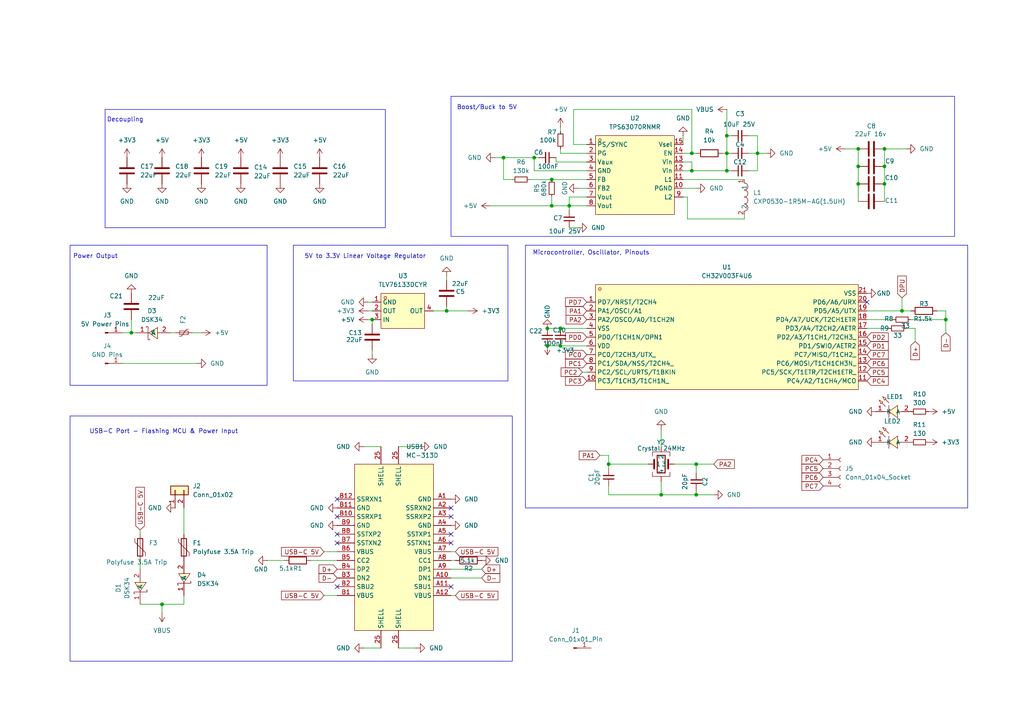
<source format=kicad_sch>
(kicad_sch (version 20231120) (generator "eeschema") (generator_version "8.0")
  (paper "A4")
  (title_block (title "Prototyping board") (date "2024-10-24") (company "Ryan Di Lorenzo"))
  (junction (at 201.93 143.51))
  (junction (at 176.53 134.62))
  (junction (at 210.82 39.37))
  (junction (at 146.05 45.72))
  (junction (at 162.56 100.33))
  (junction (at 274.32 92.71))
  (junction (at 154.94 45.72))
  (junction (at 38.1 96.52))
  (junction (at 200.66 49.53))
  (junction (at 210.82 44.45))
  (junction (at 191.77 143.51))
  (junction (at 256.54 53.34))
  (junction (at 261.62 90.17))
  (junction (at 162.56 95.25))
  (junction (at 256.54 48.26))
  (junction (at 219.71 44.45))
  (junction (at 160.02 59.69))
  (junction (at 158.75 95.25))
  (junction (at 129.54 90.17))
  (junction (at 165.1 59.69))
  (junction (at 256.54 43.18))
  (junction (at 248.92 43.18))
  (junction (at 201.93 134.62))
  (junction (at 248.92 48.26))
  (junction (at 160.02 52.07))
  (junction (at 200.66 44.45))
  (junction (at 248.92 53.34))
  (junction (at 158.75 100.33))
  (junction (at 210.82 49.53))
  (junction (at 46.99 175.26))
  (junction (at 107.95 92.71))
  (no_connect (at 97.79 144.78))
  (no_connect (at 251.46 87.63))
  (no_connect (at 97.79 170.18))
  (no_connect (at 97.79 157.48))
  (no_connect (at 130.81 170.18))
  (no_connect (at 97.79 149.86))
  (no_connect (at 130.81 147.32))
  (no_connect (at 130.81 154.94))
  (no_connect (at 130.81 149.86))
  (no_connect (at 130.81 157.48))
  (no_connect (at 97.79 154.94))
  (wire (pts (xy 201.93 54.61) (xy 198.12 54.61)))
  (wire (pts (xy 160.02 59.69) (xy 165.1 59.69)))
  (wire (pts (xy 199.39 63.5) (xy 199.39 57.15)))
  (wire (pts (xy 261.62 90.17) (xy 251.46 90.17)))
  (wire (pts (xy 215.9 63.5) (xy 215.9 62.23)))
  (wire (pts (xy 132.08 172.72) (xy 130.81 172.72)))
  (wire (pts (xy 210.82 31.75) (xy 210.82 39.37)))
  (wire (pts (xy 173.99 132.08) (xy 176.53 132.08)))
  (wire (pts (xy 256.54 53.34) (xy 256.54 58.42)))
  (wire (pts (xy 120.65 187.96) (xy 115.57 187.96)))
  (wire (pts (xy 274.32 90.17) (xy 274.32 92.71)))
  (wire (pts (xy 132.08 160.02) (xy 130.81 160.02)))
  (wire (pts (xy 200.66 49.53) (xy 210.82 49.53)))
  (wire (pts (xy 40.64 154.94) (xy 40.64 153.67)))
  (wire (pts (xy 210.82 49.53) (xy 212.09 49.53)))
  (wire (pts (xy 198.12 52.07) (xy 215.9 52.07)))
  (wire (pts (xy 129.54 90.17) (xy 135.89 90.17)))
  (wire (pts (xy 106.68 87.63) (xy 107.95 87.63)))
  (wire (pts (xy 167.64 54.61) (xy 170.18 54.61)))
  (wire (pts (xy 176.53 143.51) (xy 176.53 140.97)))
  (wire (pts (xy 215.9 63.5) (xy 199.39 63.5)))
  (wire (pts (xy 170.18 41.91) (xy 166.37 41.91)))
  (wire (pts (xy 146.05 45.72) (xy 154.94 45.72)))
  (wire (pts (xy 210.82 39.37) (xy 212.09 39.37)))
  (wire (pts (xy 201.93 143.51) (xy 207.01 143.51)))
  (wire (pts (xy 35.56 96.52) (xy 38.1 96.52)))
  (wire (pts (xy 219.71 49.53) (xy 217.17 49.53)))
  (wire (pts (xy 162.56 44.45) (xy 162.56 43.18)))
  (wire (pts (xy 139.7 165.1) (xy 130.81 165.1)))
  (wire (pts (xy 50.8 96.52) (xy 49.53 96.52)))
  (wire (pts (xy 195.58 134.62) (xy 201.93 134.62)))
  (wire (pts (xy 210.82 44.45) (xy 210.82 49.53)))
  (wire (pts (xy 53.34 172.72) (xy 53.34 175.26)))
  (wire (pts (xy 251.46 95.25) (xy 257.81 95.25)))
  (wire (pts (xy 142.24 59.69) (xy 160.02 59.69)))
  (wire (pts (xy 166.37 31.75) (xy 200.66 31.75)))
  (wire (pts (xy 248.92 53.34) (xy 248.92 58.42)))
  (wire (pts (xy 162.56 44.45) (xy 170.18 44.45)))
  (wire (pts (xy 176.53 134.62) (xy 176.53 135.89)))
  (wire (pts (xy 154.94 45.72) (xy 156.21 45.72)))
  (wire (pts (xy 46.99 175.26) (xy 53.34 175.26)))
  (wire (pts (xy 264.16 90.17) (xy 261.62 90.17)))
  (wire (pts (xy 256.54 48.26) (xy 256.54 53.34)))
  (wire (pts (xy 46.99 175.26) (xy 46.99 177.8)))
  (wire (pts (xy 35.56 105.41) (xy 57.15 105.41)))
  (wire (pts (xy 251.46 92.71) (xy 259.08 92.71)))
  (wire (pts (xy 38.1 96.52) (xy 39.37 96.52)))
  (wire (pts (xy 106.68 92.71) (xy 107.95 92.71)))
  (wire (pts (xy 191.77 124.46) (xy 191.77 129.54)))
  (wire (pts (xy 40.64 165.1) (xy 40.64 162.56)))
  (wire (pts (xy 162.56 95.25) (xy 170.18 95.25)))
  (wire (pts (xy 191.77 143.51) (xy 201.93 143.51)))
  (wire (pts (xy 165.1 59.69) (xy 165.1 60.96)))
  (wire (pts (xy 209.55 44.45) (xy 210.82 44.45)))
  (wire (pts (xy 170.18 59.69) (xy 165.1 59.69)))
  (wire (pts (xy 256.54 43.18) (xy 256.54 48.26)))
  (wire (pts (xy 274.32 92.71) (xy 274.32 96.52)))
  (wire (pts (xy 129.54 80.01) (xy 129.54 81.28)))
  (wire (pts (xy 38.1 92.71) (xy 38.1 96.52)))
  (wire (pts (xy 93.98 172.72) (xy 97.79 172.72)))
  (wire (pts (xy 176.53 143.51) (xy 191.77 143.51)))
  (wire (pts (xy 105.41 129.54) (xy 110.49 129.54)))
  (wire (pts (xy 261.62 86.36) (xy 261.62 90.17)))
  (wire (pts (xy 271.78 90.17) (xy 274.32 90.17)))
  (wire (pts (xy 154.94 49.53) (xy 170.18 49.53)))
  (wire (pts (xy 201.93 134.62) (xy 201.93 137.16)))
  (wire (pts (xy 198.12 49.53) (xy 200.66 49.53)))
  (wire (pts (xy 245.11 43.18) (xy 248.92 43.18)))
  (wire (pts (xy 167.64 66.04) (xy 165.1 66.04)))
  (wire (pts (xy 191.77 139.7) (xy 191.77 143.51)))
  (wire (pts (xy 129.54 88.9) (xy 129.54 90.17)))
  (wire (pts (xy 139.7 167.64) (xy 130.81 167.64)))
  (wire (pts (xy 107.95 93.98) (xy 107.95 92.71)))
  (wire (pts (xy 248.92 48.26) (xy 248.92 53.34)))
  (wire (pts (xy 160.02 57.15) (xy 160.02 59.69)))
  (wire (pts (xy 165.1 57.15) (xy 165.1 59.69)))
  (wire (pts (xy 162.56 100.33) (xy 170.18 100.33)))
  (wire (pts (xy 198.12 44.45) (xy 200.66 44.45)))
  (wire (pts (xy 93.98 160.02) (xy 97.79 160.02)))
  (wire (pts (xy 198.12 46.99) (xy 200.66 46.99)))
  (wire (pts (xy 219.71 44.45) (xy 219.71 49.53)))
  (wire (pts (xy 201.93 44.45) (xy 200.66 44.45)))
  (wire (pts (xy 265.43 99.06) (xy 265.43 95.25)))
  (wire (pts (xy 154.94 45.72) (xy 154.94 49.53)))
  (wire (pts (xy 219.71 44.45) (xy 222.25 44.45)))
  (wire (pts (xy 105.41 187.96) (xy 110.49 187.96)))
  (wire (pts (xy 55.88 96.52) (xy 58.42 96.52)))
  (wire (pts (xy 176.53 132.08) (xy 176.53 134.62)))
  (wire (pts (xy 115.57 129.54) (xy 121.92 129.54)))
  (wire (pts (xy 158.75 100.33) (xy 162.56 100.33)))
  (wire (pts (xy 200.66 31.75) (xy 200.66 44.45)))
  (wire (pts (xy 132.08 162.56) (xy 130.81 162.56)))
  (wire (pts (xy 198.12 57.15) (xy 199.39 57.15)))
  (wire (pts (xy 219.71 39.37) (xy 219.71 44.45)))
  (wire (pts (xy 90.17 162.56) (xy 97.79 162.56)))
  (wire (pts (xy 219.71 44.45) (xy 217.17 44.45)))
  (wire (pts (xy 265.43 95.25) (xy 262.89 95.25)))
  (wire (pts (xy 256.54 43.18) (xy 262.89 43.18)))
  (wire (pts (xy 40.64 175.26) (xy 46.99 175.26)))
  (wire (pts (xy 168.91 107.95) (xy 170.18 107.95)))
  (wire (pts (xy 161.29 46.99) (xy 170.18 46.99)))
  (wire (pts (xy 107.95 101.6) (xy 107.95 102.87)))
  (wire (pts (xy 210.82 39.37) (xy 210.82 44.45)))
  (wire (pts (xy 198.12 39.37) (xy 198.12 41.91)))
  (wire (pts (xy 162.56 36.83) (xy 162.56 38.1)))
  (wire (pts (xy 264.16 92.71) (xy 274.32 92.71)))
  (wire (pts (xy 176.53 134.62) (xy 187.96 134.62)))
  (wire (pts (xy 201.93 142.24) (xy 201.93 143.51)))
  (wire (pts (xy 53.34 147.32) (xy 53.34 154.94)))
  (wire (pts (xy 166.37 41.91) (xy 166.37 31.75)))
  (wire (pts (xy 106.68 90.17) (xy 107.95 90.17)))
  (wire (pts (xy 158.75 95.25) (xy 162.56 95.25)))
  (wire (pts (xy 201.93 134.62) (xy 207.01 134.62)))
  (wire (pts (xy 129.54 90.17) (xy 125.73 90.17)))
  (wire (pts (xy 146.05 45.72) (xy 146.05 52.07)))
  (wire (pts (xy 248.92 43.18) (xy 248.92 48.26)))
  (wire (pts (xy 165.1 57.15) (xy 170.18 57.15)))
  (wire (pts (xy 143.51 45.72) (xy 146.05 45.72)))
  (wire (pts (xy 146.05 52.07) (xy 148.59 52.07)))
  (wire (pts (xy 160.02 52.07) (xy 170.18 52.07)))
  (wire (pts (xy 210.82 44.45) (xy 212.09 44.45)))
  (wire (pts (xy 200.66 46.99) (xy 200.66 49.53)))
  (wire (pts (xy 77.47 162.56) (xy 82.55 162.56)))
  (wire (pts (xy 161.29 46.99) (xy 161.29 45.72)))
  (wire (pts (xy 219.71 39.37) (xy 217.17 39.37)))
  (wire (pts (xy 153.67 52.07) (xy 160.02 52.07)))
  (rectangle (start 20.32 71.12) (end 77.47 111.76))
  (rectangle (start 130.81 27.94) (end 276.86 68.58))
  (rectangle (start 85.09 71.12) (end 147.32 110.49))
  (rectangle (start 30.48 31.75) (end 111.76 66.04))
  (rectangle (start 152.4 71.12) (end 280.67 147.32))
  (rectangle (start 20.32 120.65) (end 148.59 191.77))
  (text "Microcontroller, Oscillator, Pinouts" (at 171.45 73.406 0) (effects (font (size 1.27 1.27))))
  (text "5V to 3.3V Linear Voltage Regulator" (at 105.918 74.422 0) (effects (font (size 1.27 1.27))))
  (text "Decoupling" (at 36.322 34.798 0) (effects (font (size 1.27 1.27))))
  (text "USB-C Port - Flashing MCU & Power Input\n" (at 47.498 125.222 0) (effects (font (size 1.27 1.27))))
  (text "Boost/Buck to 5V" (at 141.224 31.242 0) (effects (font (size 1.27 1.27))))
  (text "Power Output" (at 27.686 74.422 0) (effects (font (size 1.27 1.27))))
  (global_label "DPU" (shape input) (at 261.62 86.36 90) (property "Intersheetrefs" "${INTERSHEET_REFS}" (effects (hide yes))))
  (global_label "PC5" (shape input) (at 251.46 107.95 0) (property "Intersheetrefs" "${INTERSHEET_REFS}" (effects (hide yes))))
  (global_label "USB-C 5V" (shape input) (at 93.98 160.02 180) (property "Intersheetrefs" "${INTERSHEET_REFS}" (effects (hide yes))))
  (global_label "PA2" (shape input) (at 207.01 134.62 0) (property "Intersheetrefs" "${INTERSHEET_REFS}" (effects (hide yes))))
  (global_label "PC6" (shape input) (at 251.46 105.41 0) (property "Intersheetrefs" "${INTERSHEET_REFS}" (effects (hide yes))))
  (global_label "PD1" (shape input) (at 251.46 100.33 0) (property "Intersheetrefs" "${INTERSHEET_REFS}" (effects (hide yes))))
  (global_label "USB-C 5V" (shape input) (at 93.98 172.72 180) (property "Intersheetrefs" "${INTERSHEET_REFS}" (effects (hide yes))))
  (global_label "D-" (shape input) (at 274.32 96.52 270) (property "Intersheetrefs" "${INTERSHEET_REFS}" (effects (hide yes))))
  (global_label "PC6" (shape input) (at 238.76 138.43 180) (property "Intersheetrefs" "${INTERSHEET_REFS}" (effects (hide yes))))
  (global_label "PC2" (shape input) (at 168.91 107.95 180) (property "Intersheetrefs" "${INTERSHEET_REFS}" (effects (hide yes))))
  (global_label "USB-C 5V" (shape input) (at 132.08 160.02 0) (property "Intersheetrefs" "${INTERSHEET_REFS}" (effects (hide yes))))
  (global_label "PC3" (shape input) (at 170.18 110.49 180) (property "Intersheetrefs" "${INTERSHEET_REFS}" (effects (hide yes))))
  (global_label "D+" (shape input) (at 265.43 99.06 270) (property "Intersheetrefs" "${INTERSHEET_REFS}" (effects (hide yes))))
  (global_label "PC4" (shape input) (at 238.76 133.35 180) (property "Intersheetrefs" "${INTERSHEET_REFS}" (effects (hide yes))))
  (global_label "PC7" (shape input) (at 251.46 102.87 0) (property "Intersheetrefs" "${INTERSHEET_REFS}" (effects (hide yes))))
  (global_label "PC7" (shape input) (at 238.76 140.97 180) (property "Intersheetrefs" "${INTERSHEET_REFS}" (effects (hide yes))))
  (global_label "PA1" (shape input) (at 173.99 132.08 180) (property "Intersheetrefs" "${INTERSHEET_REFS}" (effects (hide yes))))
  (global_label "PC4" (shape input) (at 251.46 110.49 0) (property "Intersheetrefs" "${INTERSHEET_REFS}" (effects (hide yes))))
  (global_label "D+" (shape input) (at 97.79 165.1 180) (property "Intersheetrefs" "${INTERSHEET_REFS}" (effects (hide yes))))
  (global_label "PD2" (shape input) (at 251.46 97.79 0) (property "Intersheetrefs" "${INTERSHEET_REFS}" (effects (hide yes))))
  (global_label "USB-C 5V" (shape input) (at 40.64 153.67 90) (property "Intersheetrefs" "${INTERSHEET_REFS}" (effects (hide yes))))
  (global_label "PD0" (shape input) (at 170.18 97.79 180) (property "Intersheetrefs" "${INTERSHEET_REFS}" (effects (hide yes))))
  (global_label "PA2" (shape input) (at 170.18 92.71 180) (property "Intersheetrefs" "${INTERSHEET_REFS}" (effects (hide yes))))
  (global_label "PA1" (shape input) (at 170.18 90.17 180) (property "Intersheetrefs" "${INTERSHEET_REFS}" (effects (hide yes))))
  (global_label "PD7" (shape input) (at 170.18 87.63 180) (property "Intersheetrefs" "${INTERSHEET_REFS}" (effects (hide yes))))
  (global_label "PC5" (shape input) (at 238.76 135.89 180) (property "Intersheetrefs" "${INTERSHEET_REFS}" (effects (hide yes))))
  (global_label "USB-C 5V" (shape input) (at 132.08 172.72 0) (property "Intersheetrefs" "${INTERSHEET_REFS}" (effects (hide yes))))
  (global_label "PC0" (shape input) (at 170.18 102.87 180) (property "Intersheetrefs" "${INTERSHEET_REFS}" (effects (hide yes))))
  (global_label "D-" (shape input) (at 139.7 167.64 0) (property "Intersheetrefs" "${INTERSHEET_REFS}" (effects (hide yes))))
  (global_label "PC1" (shape input) (at 170.18 105.41 180) (property "Intersheetrefs" "${INTERSHEET_REFS}" (effects (hide yes))))
  (global_label "D-" (shape input) (at 97.79 167.64 180) (property "Intersheetrefs" "${INTERSHEET_REFS}" (effects (hide yes))))
  (global_label "D+" (shape input) (at 139.7 165.1 0) (property "Intersheetrefs" "${INTERSHEET_REFS}" (effects (hide yes))))
  (symbol (lib_id "Device:C") (at 92.71 49.53 0) (unit 1)
    (property "Reference" "C16" (at 96.52 48.2599 0) (effects (justify left)))
    (property "Value" "22uF" (at 96.52 50.7999 0) (effects (justify left)))
    (property "Footprint" "Capacitor_SMD:C_0805_2012Metric" (effects (hide yes)))
    (property "Description" "Unpolarized capacitor" (effects (hide yes)))
    (property "LCSC Part" "C6119899" (effects (hide yes)))
  )
  (symbol (lib_id "Device:C") (at 46.99 49.53 0) (unit 1)
    (property "Reference" "C18" (at 50.8 48.2599 0) (effects (justify left)))
    (property "Value" "22uF" (at 50.8 50.7999 0) (effects (justify left)))
    (property "Footprint" "Capacitor_SMD:C_0805_2012Metric" (effects (hide yes)))
    (property "Description" "Unpolarized capacitor" (effects (hide yes)))
    (property "LCSC Part" "C6119899" (effects (hide yes)))
  )
  (symbol (lib_id "power:GND") (at 92.71 53.34 0) (unit 1)
    (property "Reference" "#PWR043" (effects (hide yes)))
    (property "Value" "GND" (at 92.71 58.42 0))
    (property "Description" "Power symbol creates a global label with name \"GND\" , ground" (effects (hide yes)))
  )
  (symbol (lib_id "power:GND") (at 129.54 80.01 180) (unit 1)
    (property "Reference" "#PWR036" (effects (hide yes)))
    (property "Value" "GND" (at 129.54 74.93 0))
    (property "Description" "Power symbol creates a global label with name \"GND\" , ground" (effects (hide yes)))
  )
  (symbol (lib_id "power:GND") (at 77.47 162.56 270) (unit 1)
    (property "Reference" "#PWR04" (effects (hide yes)))
    (property "Value" "GND" (at 75.692 165.1 90))
    (property "Description" "Power symbol creates a global label with name \"GND\" , ground" (effects (hide yes)))
  )
  (symbol (lib_id "power:GND") (at 106.68 87.63 270) (unit 1)
    (property "Reference" "#PWR031" (effects (hide yes)))
    (property "Value" "GND" (at 102.87 87.6299 90) (effects (justify right)))
    (property "Description" "Power symbol creates a global label with name \"GND\" , ground" (effects (hide yes)))
  )
  (symbol (lib_id "Device:C_Small") (at 158.75 97.79 0) (unit 1)
    (property "Reference" "C22" (at 153.416 96.012 0) (effects (justify left)))
    (property "Value" "100nF" (at 157.48 99.568 0) (effects (justify left)))
    (property "Footprint" "Capacitor_SMD:C_0402_1005Metric" (effects (hide yes)))
    (property "Description" "Unpolarized capacitor, small symbol" (effects (hide yes)))
    (property "LCSC Part" "C392963" (effects (hide yes)))
  )
  (symbol (lib_id "Device:C_Small") (at 214.63 44.45 90) (unit 1)
    (property "Reference" "C4" (at 214.63 41.91 90))
    (property "Value" "10uF 25V" (effects (hide yes)))
    (property "Footprint" "Capacitor_SMD:C_0603_1608Metric" (effects (hide yes)))
    (property "Description" "Unpolarized capacitor, small symbol" (effects (hide yes)))
    (property "LCSC Part" "C7393892" (effects (hide yes)))
  )
  (symbol (lib_id "power:+5V") (at 46.99 45.72 0) (unit 1)
    (property "Reference" "#PWR046" (effects (hide yes)))
    (property "Value" "+5V" (at 46.99 40.64 0))
    (property "Description" "Power symbol creates a global label with name \"+5V\"" (effects (hide yes)))
  )
  (symbol (lib_id "Device:R") (at 86.36 162.56 90) (unit 1)
    (property "Reference" "R1" (at 86.36 164.846 90))
    (property "Value" "5.1k" (at 83.058 164.846 90))
    (property "Footprint" "Resistor_SMD:R_0402_1005Metric" (effects (hide yes)))
    (property "Description" "Resistor" (effects (hide yes)))
    (property "LCSC Part" "C103086" (effects (hide yes)))
  )
  (symbol (lib_id "Device:C") (at 252.73 43.18 90) (unit 1)
    (property "Reference" "C8" (at 252.73 36.576 90))
    (property "Value" "22uF 16v" (at 252.476 38.862 90))
    (property "Footprint" "Capacitor_SMD:C_0603_1608Metric" (effects (hide yes)))
    (property "Description" "Unpolarized capacitor" (effects (hide yes)))
    (property "LCSC Part" "C6119868" (effects (hide yes)))
  )
  (symbol (lib_id "power:+5V") (at 269.24 119.38 270) (unit 1)
    (property "Reference" "#PWR051" (effects (hide yes)))
    (property "Value" "+5V" (at 273.05 119.3799 90) (effects (justify left)))
    (property "Description" "Power symbol creates a global label with name \"+5V\"" (effects (hide yes)))
  )
  (symbol (lib_id "Device:R_Small") (at 160.02 54.61 180) (unit 1)
    (property "Reference" "R5" (at 155.702 54.61 90))
    (property "Value" "680k" (at 157.734 54.61 90))
    (property "Footprint" "Resistor_SMD:R_0402_1005Metric" (effects (hide yes)))
    (property "Description" "Resistor, small symbol" (effects (hide yes)))
    (property "LCSC Part" "C3017522" (effects (hide yes)))
  )
  (symbol (lib_id "Device:C") (at 58.42 49.53 0) (unit 1)
    (property "Reference" "C19" (at 62.23 48.2599 0) (effects (justify left)))
    (property "Value" "22uF" (at 62.23 50.7999 0) (effects (justify left)))
    (property "Footprint" "Capacitor_SMD:C_0805_2012Metric" (effects (hide yes)))
    (property "Description" "Unpolarized capacitor" (effects (hide yes)))
    (property "LCSC Part" "C6119899" (effects (hide yes)))
  )
  (symbol (lib_id "power:GND") (at 69.85 53.34 0) (unit 1)
    (property "Reference" "#PWR039" (effects (hide yes)))
    (property "Value" "GND" (at 69.85 58.42 0))
    (property "Description" "Power symbol creates a global label with name \"GND\" , ground" (effects (hide yes)))
  )
  (symbol (lib_id "Device:C") (at 107.95 97.79 0) (unit 1)
    (property "Reference" "C13" (at 101.092 96.52 0) (effects (justify left)))
    (property "Value" "22uF" (at 100.33 98.552 0) (effects (justify left)))
    (property "Footprint" "Capacitor_SMD:C_0603_1608Metric" (effects (hide yes)))
    (property "Description" "Unpolarized capacitor" (effects (hide yes)))
    (property "LCSC Part" "C6119880" (effects (hide yes)))
  )
  (symbol (lib_id "power:GND") (at 107.95 102.87 0) (unit 1)
    (property "Reference" "#PWR037" (effects (hide yes)))
    (property "Value" "GND" (at 107.95 107.95 0))
    (property "Description" "Power symbol creates a global label with name \"GND\" , ground" (effects (hide yes)))
  )
  (symbol (lib_id "power:GND") (at 130.81 144.78 90) (unit 1)
    (property "Reference" "#PWR013" (effects (hide yes)))
    (property "Value" "GND" (at 134.62 144.7799 90) (effects (justify right)))
    (property "Description" "Power symbol creates a global label with name \"GND\" , ground" (effects (hide yes)))
  )
  (symbol (lib_id "Connector:Conn_01x01_Pin") (at 30.48 96.52 0) (unit 1)
    (property "Reference" "J3" (at 31.115 91.44 0))
    (property "Value" "5V Power Pins" (at 30.48 93.98 0))
    (property "Footprint" "Library:customPerfBoardpins" (effects (hide yes)))
    (property "Description" "Generic connector, single row, 01x01, script generated" (effects (hide yes)))
  )
  (symbol (lib_id "power:GND") (at 97.79 147.32 270) (unit 1)
    (property "Reference" "#PWR05" (effects (hide yes)))
    (property "Value" "GND" (at 93.98 147.3199 90) (effects (justify right)))
    (property "Description" "Power symbol creates a global label with name \"GND\" , ground" (effects (hide yes)))
  )
  (symbol (lib_id "Device:R") (at 267.97 90.17 270) (unit 1)
    (property "Reference" "R3" (at 267.97 88.138 90))
    (property "Value" "R1.5k" (at 267.716 92.456 90))
    (property "Footprint" "Resistor_SMD:R_0402_1005Metric" (effects (hide yes)))
    (property "Description" "Resistor" (effects (hide yes)))
    (property "LCSC Part" "C2929900" (effects (hide yes)))
  )
  (symbol (lib_id "power:GND") (at 254 128.27 270) (unit 1)
    (property "Reference" "#PWR052" (effects (hide yes)))
    (property "Value" "GND" (at 250.19 128.2699 90) (effects (justify right)))
    (property "Description" "Power symbol creates a global label with name \"GND\" , ground" (effects (hide yes)))
  )
  (symbol (lib_id "Device:R") (at 205.74 44.45 90) (unit 1)
    (property "Reference" "R4" (at 205.74 38.1 90))
    (property "Value" "10k" (at 205.74 40.64 90))
    (property "Footprint" "Resistor_SMD:R_0402_1005Metric" (effects (hide yes)))
    (property "Description" "Resistor" (effects (hide yes)))
    (property "LCSC Part" "C2906885" (effects (hide yes)))
  )
  (symbol (lib_id "easyeda2kicad:CXP0530-1R5M-AG(1.5UH)") (at 215.9 57.15 270) (unit 1)
    (property "Reference" "L1" (at 218.44 55.8799 90) (effects (justify left)))
    (property "Value" "CXP0530-1R5M-AG(1.5UH)" (at 218.44 58.4199 90) (effects (justify left)))
    (property "Footprint" "Inductor_SMD:L_0603_1608Metric" (effects (hide yes)))
    (property "LCSC Part" "C7461358" (effects (hide yes)))
  )
  (symbol (lib_id "Connector:Conn_01x01_Pin") (at 166.37 187.96 0) (unit 1)
    (property "Reference" "J1" (at 167.005 182.88 0))
    (property "Value" "Conn_01x01_Pin" (at 167.005 185.42 0))
    (property "Footprint" "Library:LargePerfBoard" (effects (hide yes)))
    (property "Description" "Generic connector, single row, 01x01, script generated" (effects (hide yes)))
  )
  (symbol (lib_id "Device:R_Small") (at 151.13 52.07 90) (unit 1)
    (property "Reference" "R6" (at 151.13 46.99 90))
    (property "Value" "130k" (at 151.13 49.53 90))
    (property "Footprint" "Resistor_SMD:R_0402_1005Metric" (effects (hide yes)))
    (property "Description" "Resistor, small symbol" (effects (hide yes)))
    (property "LCSC Part" "C2909318" (effects (hide yes)))
  )
  (symbol (lib_id "Device:Polyfuse_Small") (at 53.34 96.52 90) (unit 1)
    (property "Reference" "F2" (at 53.086 93.98 0) (effects (justify left)))
    (property "Value" "Polyfuse_Small" (effects (hide yes)))
    (property "Footprint" "Fuse:Fuse_0603_1608Metric" (effects (hide yes)))
    (property "Description" "Resettable fuse, polymeric positive temperature coefficient, small symbol" (effects (hide yes)))
    (property "LCSC Part" "C2830225" (effects (hide yes)))
  )
  (symbol (lib_id "Device:C") (at 38.1 88.9 0) (unit 1)
    (property "Reference" "C21" (at 31.75 85.852 0) (effects (justify left)))
    (property "Value" "22uF" (at 42.926 86.36 0) (effects (justify left)))
    (property "Footprint" "Capacitor_SMD:C_0603_1608Metric" (effects (hide yes)))
    (property "Description" "Unpolarized capacitor" (effects (hide yes)))
    (property "LCSC Part" "C6119880" (effects (hide yes)))
  )
  (symbol (lib_id "Device:C") (at 36.83 49.53 0) (unit 1)
    (property "Reference" "C17" (at 40.64 48.2599 0) (effects (justify left)))
    (property "Value" "22uF" (at 40.64 50.7999 0) (effects (justify left)))
    (property "Footprint" "Capacitor_SMD:C_0805_2012Metric" (effects (hide yes)))
    (property "Description" "Unpolarized capacitor" (effects (hide yes)))
    (property "LCSC Part" "C6119899" (effects (hide yes)))
  )
  (symbol (lib_id "easyeda2kicad:TZ-P2-0402RTIA1-0.45T") (at 259.08 128.27 0) (unit 1)
    (property "Reference" "LED2" (at 258.826 122.174 0))
    (property "Value" "TZ-P2-0402RTIA1-0.45T" (effects (hide yes)))
    (property "Footprint" "easyeda2kicad:LED0402-RD_RED" (effects (hide yes)))
    (property "Datasheet" "https://lcsc.com/product-detail/Light-Emitting-Diodes-LED_TUOZHAN-TZ-P2-0402RTIA1-0-45T_C779449.html" (effects (hide yes)))
    (property "LCSC Part" "C779449" (effects (hide yes)))
  )
  (symbol (lib_id "power:GND") (at 198.12 39.37 180) (unit 1)
    (property "Reference" "#PWR021" (effects (hide yes)))
    (property "Value" "GND" (at 198.12 34.29 0))
    (property "Description" "Power symbol creates a global label with name \"GND\" , ground" (effects (hide yes)))
  )
  (symbol (lib_id "power:GND") (at 167.64 54.61 270) (unit 1)
    (property "Reference" "#PWR025" (effects (hide yes)))
    (property "Value" "GND" (at 163.83 56.642 0) (effects (justify right)))
    (property "Description" "Power symbol creates a global label with name \"GND\" , ground" (effects (hide yes)))
  )
  (symbol (lib_id "power:+5V") (at 58.42 96.52 270) (unit 1)
    (property "Reference" "#PWR054" (effects (hide yes)))
    (property "Value" "+5V" (at 62.23 96.5199 90) (effects (justify left)))
    (property "Description" "Power symbol creates a global label with name \"+5V\"" (effects (hide yes)))
  )
  (symbol (lib_id "power:GND") (at 121.92 129.54 90) (unit 1)
    (property "Reference" "#PWR012" (effects (hide yes)))
    (property "Value" "GND" (at 125.73 129.5399 90) (effects (justify right)))
    (property "Description" "Power symbol creates a global label with name \"GND\" , ground" (effects (hide yes)))
  )
  (symbol (lib_id "power:+3V3") (at 36.83 45.72 0) (unit 1)
    (property "Reference" "#PWR044" (effects (hide yes)))
    (property "Value" "+3V3" (at 36.83 40.64 0))
    (property "Description" "Power symbol creates a global label with name \"+3V3\"" (effects (hide yes)))
  )
  (symbol (lib_id "power:+3V3") (at 106.68 90.17 90) (unit 1)
    (property "Reference" "#PWR032" (effects (hide yes)))
    (property "Value" "+3V3" (at 102.87 90.1699 90) (effects (justify left)))
    (property "Description" "Power symbol creates a global label with name \"+3V3\"" (effects (hide yes)))
  )
  (symbol (lib_id "Device:C") (at 69.85 49.53 0) (unit 1)
    (property "Reference" "C14" (at 73.66 48.514 0) (effects (justify left)))
    (property "Value" "22uF" (at 73.66 51.054 0) (effects (justify left)))
    (property "Footprint" "Capacitor_SMD:C_0805_2012Metric" (effects (hide yes)))
    (property "Description" "Unpolarized capacitor" (effects (hide yes)))
    (property "LCSC Part" "C6119899" (effects (hide yes)))
  )
  (symbol (lib_id "power:GND") (at 143.51 45.72 270) (unit 1)
    (property "Reference" "#PWR022" (effects (hide yes)))
    (property "Value" "GND" (at 139.7 45.7199 90) (effects (justify right)))
    (property "Description" "Power symbol creates a global label with name \"GND\" , ground" (effects (hide yes)))
  )
  (symbol (lib_id "power:GND") (at 46.99 53.34 0) (unit 1)
    (property "Reference" "#PWR047" (effects (hide yes)))
    (property "Value" "GND" (at 46.99 58.42 0))
    (property "Description" "Power symbol creates a global label with name \"GND\" , ground" (effects (hide yes)))
  )
  (symbol (lib_id "power:+5V") (at 69.85 45.72 0) (unit 1)
    (property "Reference" "#PWR038" (effects (hide yes)))
    (property "Value" "+5V" (at 69.85 40.64 0))
    (property "Description" "Power symbol creates a global label with name \"+5V\"" (effects (hide yes)))
  )
  (symbol (lib_id "power:VBUS") (at 210.82 31.75 90) (unit 1)
    (property "Reference" "#PWR08" (effects (hide yes)))
    (property "Value" "VBUS" (at 207.01 31.7499 90) (effects (justify left)))
    (property "Description" "Power symbol creates a global label with name \"VBUS\"" (effects (hide yes)))
  )
  (symbol (lib_id "Device:C") (at 129.54 85.09 180) (unit 1)
    (property "Reference" "C5" (at 134.874 84.582 0) (effects (justify left)))
    (property "Value" "22uF" (at 135.89 82.296 0) (effects (justify left)))
    (property "Footprint" "Capacitor_SMD:C_0603_1608Metric" (effects (hide yes)))
    (property "Description" "Unpolarized capacitor" (effects (hide yes)))
    (property "LCSC Part" "C6119880" (effects (hide yes)))
  )
  (symbol (lib_id "easyeda2kicad:DSK34") (at 53.34 167.64 90) (unit 1)
    (property "Reference" "D4" (at 57.15 166.7499 90) (effects (justify right)))
    (property "Value" "DSK34" (at 57.15 169.2899 90) (effects (justify right)))
    (property "Footprint" "easyeda2kicad:SOD-123_L2.8-W1.8-LS3.7-RD" (effects (hide yes)))
    (property "Datasheet" "https://lcsc.com/product-detail/Schottky-Barrier-Diodes-SBD_DSK34_C41029.html" (effects (hide yes)))
    (property "LCSC Part" "C41029" (effects (hide yes)))
  )
  (symbol (lib_id "power:GND") (at 58.42 53.34 0) (unit 1)
    (property "Reference" "#PWR049" (effects (hide yes)))
    (property "Value" "GND" (at 58.42 58.42 0))
    (property "Description" "Power symbol creates a global label with name \"GND\" , ground" (effects (hide yes)))
  )
  (symbol (lib_id "power:+5V") (at 162.56 36.83 0) (unit 1)
    (property "Reference" "#PWR027" (effects (hide yes)))
    (property "Value" "+5V" (at 162.56 31.75 0))
    (property "Description" "Power symbol creates a global label with name \"+5V\"" (effects (hide yes)))
  )
  (symbol (lib_id "power:+5V") (at 106.68 92.71 90) (unit 1)
    (property "Reference" "#PWR030" (effects (hide yes)))
    (property "Value" "+5V" (at 102.87 92.7099 90) (effects (justify left)))
    (property "Description" "Power symbol creates a global label with name \"+5V\"" (effects (hide yes)))
  )
  (symbol (lib_id "power:GND") (at 97.79 152.4 270) (unit 1)
    (property "Reference" "#PWR06" (effects (hide yes)))
    (property "Value" "GND" (at 93.98 152.3999 90) (effects (justify right)))
    (property "Description" "Power symbol creates a global label with name \"GND\" , ground" (effects (hide yes)))
  )
  (symbol (lib_id "Device:Crystal_GND24") (at 191.77 134.62 0) (unit 1)
    (property "Reference" "Y2" (at 191.77 128.27 0))
    (property "Value" "Crystal 24MHz" (at 191.77 130.048 0))
    (property "Footprint" "Crystal:Crystal_SMD_2016-4Pin_2.0x1.6mm" (effects (hide yes)))
    (property "Description" "Four pin crystal, GND on pins 2 and 4" (effects (hide yes)))
    (property "LCSC Part" "C2875241" (effects (hide yes)))
  )
  (symbol (lib_id "easyeda2kicad:MC-313D") (at 113.03 157.48 0) (unit 1)
    (property "Reference" "USB1" (at 117.7641 129.54 0) (effects (justify left)))
    (property "Value" "MC-313D" (at 117.7641 132.08 0) (effects (justify left)))
    (property "Footprint" "easyeda2kicad:TYPE-C-TH_MC-313D" (effects (hide yes)))
    (property "Datasheet" "https://lcsc.com/product-detail/USB-Connectors_SOFNG-MC-313D_C428461.html" (effects (hide yes)))
    (property "LCSC Part" "C428461" (effects (hide yes)))
  )
  (symbol (lib_id "easyeda2kicad:DSK34") (at 44.45 96.52 0) (unit 1)
    (property "Reference" "D3" (at 44.07 90.17 0))
    (property "Value" "DSK34" (at 44.07 92.71 0))
    (property "Footprint" "easyeda2kicad:SOD-123_L2.8-W1.8-LS3.7-RD" (effects (hide yes)))
    (property "Datasheet" "https://lcsc.com/product-detail/Schottky-Barrier-Diodes-SBD_DSK34_C41029.html" (effects (hide yes)))
    (property "LCSC Part" "C41029" (effects (hide yes)))
  )
  (symbol (lib_id "Connector:Conn_01x04_Socket") (at 243.84 135.89 0) (unit 1)
    (property "Reference" "J5" (at 245.11 135.8899 0) (effects (justify left)))
    (property "Value" "Conn_01x04_Socket" (at 245.11 138.4299 0) (effects (justify left)))
    (property "Footprint" "Connector_PinHeader_2.54mm:PinHeader_1x04_P2.54mm_Vertical" (effects (hide yes)))
    (property "Description" "Generic connector, single row, 01x04, script generated" (effects (hide yes)))
  )
  (symbol (lib_id "power:GND") (at 105.41 187.96 270) (unit 1)
    (property "Reference" "#PWR011" (effects (hide yes)))
    (property "Value" "GND" (at 101.6 187.9599 90) (effects (justify right)))
    (property "Description" "Power symbol creates a global label with name \"GND\" , ground" (effects (hide yes)))
  )
  (symbol (lib_id "Device:C_Small") (at 176.53 138.43 180) (unit 1)
    (property "Reference" "C1" (at 171.45 138.43 90))
    (property "Value" "20pF" (at 173.2478 138.4237 90))
    (property "Footprint" "Capacitor_SMD:C_0402_1005Metric" (effects (hide yes)))
    (property "LCSC" "C880615" (effects (hide yes)))
  )
  (symbol (lib_id "Device:C_Small") (at 214.63 39.37 90) (unit 1)
    (property "Reference" "C3" (at 214.6363 33.02 90))
    (property "Value" "10uF 25V" (at 214.376 36.068 90))
    (property "Footprint" "Capacitor_SMD:C_0603_1608Metric" (effects (hide yes)))
    (property "Description" "Unpolarized capacitor, small symbol" (effects (hide yes)))
    (property "LCSC Part" "C7393892" (effects (hide yes)))
  )
  (symbol (lib_id "power:GND") (at 139.7 162.56 90) (unit 1)
    (property "Reference" "#PWR017" (effects (hide yes)))
    (property "Value" "GND" (at 143.51 162.5599 90) (effects (justify right)))
    (property "Description" "Power symbol creates a global label with name \"GND\" , ground" (effects (hide yes)))
  )
  (symbol (lib_id "Device:C_Small") (at 165.1 63.5 180) (unit 1)
    (property "Reference" "C7" (at 161.798 63.246 0))
    (property "Value" "10uF 25V" (at 163.83 67.056 0))
    (property "Footprint" "Capacitor_SMD:C_0603_1608Metric" (effects (hide yes)))
    (property "Description" "Unpolarized capacitor, small symbol" (effects (hide yes)))
    (property "LCSC Part" "C7393892" (effects (hide yes)))
  )
  (symbol (lib_id "power:GND") (at 251.46 85.09 90) (mirror x) (unit 1)
    (property "Reference" "#PWR03" (effects (hide yes)))
    (property "Value" "GND" (at 254.254 85.09 90) (effects (justify right)))
    (property "Description" "Power symbol creates a global label with name \"GND\" , ground" (effects (hide yes)))
  )
  (symbol (lib_id "Connector_Generic:Conn_01x02") (at 50.8 142.24 90) (unit 1)
    (property "Reference" "J2" (at 55.88 140.9699 90) (effects (justify right)))
    (property "Value" "Conn_01x02" (at 55.88 143.5099 90) (effects (justify right)))
    (property "Footprint" "Connector_PinSocket_2.54mm:PinSocket_1x02_P2.54mm_Horizontal" (effects (hide yes)))
    (property "Description" "Generic connector, single row, 01x02, script generated (kicad-library-utils/schlib/autogen/connector/)" (effects (hide yes)))
  )
  (symbol (lib_id "power:+3V3") (at 81.28 45.72 0) (unit 1)
    (property "Reference" "#PWR040" (effects (hide yes)))
    (property "Value" "+3V3" (at 81.28 40.64 0))
    (property "Description" "Power symbol creates a global label with name \"+3V3\"" (effects (hide yes)))
  )
  (symbol (lib_id "Device:C_Small") (at 158.75 45.72 270) (unit 1)
    (property "Reference" "C6" (at 156.21 44.196 90))
    (property "Value" "100nF" (at 159.004 48.26 90))
    (property "Footprint" "Capacitor_SMD:C_0402_1005Metric" (effects (hide yes)))
    (property "Description" "Unpolarized capacitor, small symbol" (effects (hide yes)))
    (property "LCSC Part" "C392963" (effects (hide yes)))
  )
  (symbol (lib_id "Device:R_Small") (at 266.7 119.38 90) (unit 1)
    (property "Reference" "R10" (at 266.7 114.3 90))
    (property "Value" "300" (at 266.7 116.84 90))
    (property "Footprint" "Resistor_SMD:R_0402_1005Metric" (effects (hide yes)))
    (property "Description" "Resistor, small symbol" (effects (hide yes)))
    (property "LCSC Part" "C352438" (effects (hide yes)))
  )
  (symbol (lib_id "power:GND") (at 105.41 129.54 270) (unit 1)
    (property "Reference" "#PWR09" (effects (hide yes)))
    (property "Value" "GND" (at 101.6 129.5399 90) (effects (justify right)))
    (property "Description" "Power symbol creates a global label with name \"GND\" , ground" (effects (hide yes)))
  )
  (symbol (lib_id "easyeda2kicad:CH32V003F4U6") (at 210.82 97.79 0) (unit 1)
    (property "Reference" "U1" (at 210.82 77.47 0))
    (property "Value" "CH32V003F4U6" (at 210.82 80.01 0))
    (property "Footprint" "Package_DFN_QFN:QFN-20-1EP_3x3mm_P0.4mm_EP1.65x1.65mm" (effects (hide yes)))
    (property "LCSC Part" "C5299908" (effects (hide yes)))
  )
  (symbol (lib_id "power:+5V") (at 245.11 43.18 90) (unit 1)
    (property "Reference" "#PWR028" (effects (hide yes)))
    (property "Value" "+5V" (at 241.3 43.1799 90) (effects (justify left)))
    (property "Description" "Power symbol creates a global label with name \"+5V\"" (effects (hide yes)))
  )
  (symbol (lib_id "power:VBUS") (at 46.99 177.8 180) (unit 1)
    (property "Reference" "#PWR07" (effects (hide yes)))
    (property "Value" "VBUS" (at 46.99 182.88 0))
    (property "Description" "Power symbol creates a global label with name \"VBUS\"" (effects (hide yes)))
  )
  (symbol (lib_id "easyeda2kicad:DSK34") (at 40.64 170.18 90) (unit 1)
    (property "Reference" "D1" (at 34.29 170.56 0))
    (property "Value" "DSK34" (at 36.83 170.56 0))
    (property "Footprint" "easyeda2kicad:SOD-123_L2.8-W1.8-LS3.7-RD" (effects (hide yes)))
    (property "Datasheet" "https://lcsc.com/product-detail/Schottky-Barrier-Diodes-SBD_DSK34_C41029.html" (effects (hide yes)))
    (property "LCSC Part" "C41029" (effects (hide yes)))
  )
  (symbol (lib_id "power:GND") (at 254 119.38 270) (unit 1)
    (property "Reference" "#PWR035" (effects (hide yes)))
    (property "Value" "GND" (at 250.19 119.3799 90) (effects (justify right)))
    (property "Description" "Power symbol creates a global label with name \"GND\" , ground" (effects (hide yes)))
  )
  (symbol (lib_id "power:+3V3") (at 58.42 45.72 0) (unit 1)
    (property "Reference" "#PWR048" (effects (hide yes)))
    (property "Value" "+3V3" (at 58.42 40.64 0))
    (property "Description" "Power symbol creates a global label with name \"+3V3\"" (effects (hide yes)))
  )
  (symbol (lib_id "power:GND") (at 130.81 152.4 90) (unit 1)
    (property "Reference" "#PWR014" (effects (hide yes)))
    (property "Value" "GND" (at 134.62 152.3999 90) (effects (justify right)))
    (property "Description" "Power symbol creates a global label with name \"GND\" , ground" (effects (hide yes)))
  )
  (symbol (lib_id "power:+5V") (at 142.24 59.69 90) (unit 1)
    (property "Reference" "#PWR026" (effects (hide yes)))
    (property "Value" "+5V" (at 138.43 59.6899 90) (effects (justify left)))
    (property "Description" "Power symbol creates a global label with name \"+5V\"" (effects (hide yes)))
  )
  (symbol (lib_id "Device:Polyfuse") (at 40.64 158.75 0) (unit 1)
    (property "Reference" "F3" (at 43.18 157.4799 0) (effects (justify left)))
    (property "Value" "Polyfuse 3.5A Trip" (at 30.734 163.068 0) (effects (justify left)))
    (property "Footprint" "Fuse:Fuse_1206_3216Metric" (effects (hide yes)))
    (property "Description" "Resettable fuse, polymeric positive temperature coefficient" (effects (hide yes)))
    (property "LCSC Part" "C2982271" (effects (hide yes)))
  )
  (symbol (lib_id "Device:C") (at 252.73 53.34 90) (unit 1)
    (property "Reference" "C10" (at 258.572 51.562 90))
    (property "Value" "22uF 16v" (effects (hide yes)))
    (property "Footprint" "Capacitor_SMD:C_0603_1608Metric" (effects (hide yes)))
    (property "Description" "Unpolarized capacitor" (effects (hide yes)))
    (property "LCSC Part" "C6119868" (effects (hide yes)))
  )
  (symbol (lib_id "easyeda2kicad:TLV76133DCYR") (at 116.84 90.17 0) (unit 1)
    (property "Reference" "U3" (at 116.84 80.01 0))
    (property "Value" "TLV76133DCYR" (at 116.84 82.55 0))
    (property "Footprint" "easyeda2kicad:SOT-223-4_L6.5-W3.5-P2.30-LS7.0-TR" (effects (hide yes)))
    (property "LCSC Part" "C7527500" (effects (hide yes)))
  )
  (symbol (lib_id "power:GND") (at 158.75 95.25 0) (mirror x) (unit 1)
    (property "Reference" "#PWR02" (effects (hide yes)))
    (property "Value" "GND" (at 158.75 92.456 90) (effects (justify right)))
    (property "Description" "Power symbol creates a global label with name \"GND\" , ground" (effects (hide yes)))
  )
  (symbol (lib_id "power:GND") (at 191.77 124.46 180) (unit 1)
    (property "Reference" "#PWR018" (effects (hide yes)))
    (property "Value" "GND" (at 191.77 119.38 0))
    (property "Description" "Power symbol creates a global label with name \"GND\" , ground" (effects (hide yes)))
  )
  (symbol (lib_id "power:GND") (at 50.8 147.32 270) (unit 1)
    (property "Reference" "#PWR050" (effects (hide yes)))
    (property "Value" "GND" (at 46.99 147.3199 90) (effects (justify right)))
    (property "Description" "Power symbol creates a global label with name \"GND\" , ground" (effects (hide yes)))
  )
  (symbol (lib_id "easyeda2kicad:TZ-P2-0402RTIA1-0.45T") (at 259.08 119.38 0) (unit 1)
    (property "Reference" "LED1" (at 259.588 115.062 0))
    (property "Value" "TZ-P2-0402RTIA1-0.45T" (effects (hide yes)))
    (property "Footprint" "easyeda2kicad:LED0402-RD_RED" (effects (hide yes)))
    (property "Datasheet" "https://lcsc.com/product-detail/Light-Emitting-Diodes-LED_TUOZHAN-TZ-P2-0402RTIA1-0-45T_C779449.html" (effects (hide yes)))
    (property "LCSC Part" "C779449" (effects (hide yes)))
  )
  (symbol (lib_id "Device:C") (at 252.73 48.26 90) (unit 1)
    (property "Reference" "C9" (at 258.064 46.736 90))
    (property "Value" "22uF 16v" (effects (hide yes)))
    (property "Footprint" "Capacitor_SMD:C_0603_1608Metric" (effects (hide yes)))
    (property "Description" "Unpolarized capacitor" (effects (hide yes)))
    (property "LCSC Part" "C6119868" (effects (hide yes)))
  )
  (symbol (lib_id "power:GND") (at 57.15 105.41 90) (unit 1)
    (property "Reference" "#PWR034" (effects (hide yes)))
    (property "Value" "GND" (at 60.96 105.4099 90) (effects (justify right)))
    (property "Description" "Power symbol creates a global label with name \"GND\" , ground" (effects (hide yes)))
  )
  (symbol (lib_id "power:GND") (at 207.01 143.51 90) (unit 1)
    (property "Reference" "#PWR019" (effects (hide yes)))
    (property "Value" "GND" (at 210.82 143.5099 90) (effects (justify right)))
    (property "Description" "Power symbol creates a global label with name \"GND\" , ground" (effects (hide yes)))
  )
  (symbol (lib_id "Device:C_Small") (at 162.56 97.79 0) (unit 1)
    (property "Reference" "C20" (at 160.274 95.758 0) (effects (justify left)))
    (property "Value" "100nF" (effects (hide yes)))
    (property "Footprint" "Capacitor_SMD:C_0402_1005Metric" (effects (hide yes)))
    (property "Description" "Unpolarized capacitor, small symbol" (effects (hide yes)))
    (property "LCSC Part" "C392963" (effects (hide yes)))
  )
  (symbol (lib_id "power:GND") (at 262.89 43.18 90) (unit 1)
    (property "Reference" "#PWR029" (effects (hide yes)))
    (property "Value" "GND" (at 266.7 43.1799 90) (effects (justify right)))
    (property "Description" "Power symbol creates a global label with name \"GND\" , ground" (effects (hide yes)))
  )
  (symbol (lib_id "Device:R_Small") (at 261.62 92.71 90) (unit 1)
    (property "Reference" "R8" (at 257.81 92.456 90))
    (property "Value" "33" (at 262.636 94.488 90))
    (property "Footprint" "Resistor_SMD:R_0402_1005Metric" (effects (hide yes)))
    (property "Description" "Resistor, small symbol" (effects (hide yes)))
    (property "LCSC Part" "C2906931" (effects (hide yes)))
  )
  (symbol (lib_id "power:GND") (at 201.93 54.61 90) (unit 1)
    (property "Reference" "#PWR023" (effects (hide yes)))
    (property "Value" "GND" (at 205.74 54.6099 90) (effects (justify right)))
    (property "Description" "Power symbol creates a global label with name \"GND\" , ground" (effects (hide yes)))
  )
  (symbol (lib_id "easyeda2kicad:TPS63070RNMR") (at 184.15 50.8 0) (unit 1)
    (property "Reference" "U2" (at 184.15 34.29 0))
    (property "Value" "TPS63070RNMR" (at 184.15 36.83 0))
    (property "Footprint" "easyeda2kicad:VQFN-HR-15_L3.0-W2.5-P0.50-BL_TPS63070RNMR" (effects (hide yes)))
    (property "Datasheet" "https://lcsc.com/product-detail/DC-DC-Converters_TI_TPS63070RNMR_TPS63070RNMR_C109322.html" (effects (hide yes)))
    (property "LCSC Part" "C109322" (effects (hide yes)))
  )
  (symbol (lib_id "power:+3V3") (at 158.75 100.33 180) (unit 1)
    (property "Reference" "#PWR01" (effects (hide yes)))
    (property "Value" "+3V3" (at 161.29 101.5999 0) (effects (justify right)))
    (property "Description" "Power symbol creates a global label with name \"+3V3\"" (effects (hide yes)))
  )
  (symbol (lib_id "Device:R_Small") (at 260.35 95.25 90) (unit 1)
    (property "Reference" "R9" (at 256.54 95.25 90))
    (property "Value" "33" (at 260.35 97.282 90))
    (property "Footprint" "Resistor_SMD:R_0402_1005Metric" (effects (hide yes)))
    (property "Description" "Resistor, small symbol" (effects (hide yes)))
    (property "LCSC Part" "C2906931" (effects (hide yes)))
  )
  (symbol (lib_id "power:GND") (at 167.64 66.04 90) (unit 1)
    (property "Reference" "#PWR024" (effects (hide yes)))
    (property "Value" "GND" (at 171.45 66.0399 90) (effects (justify right)))
    (property "Description" "Power symbol creates a global label with name \"GND\" , ground" (effects (hide yes)))
  )
  (symbol (lib_id "Device:R_Small") (at 162.56 40.64 0) (unit 1)
    (property "Reference" "R7" (at 158.75 38.354 0) (effects (justify left)))
    (property "Value" "100k" (at 156.464 40.64 0) (effects (justify left)))
    (property "Footprint" "Resistor_SMD:R_0402_1005Metric" (effects (hide yes)))
    (property "Description" "Resistor, small symbol" (effects (hide yes)))
    (property "LCSC Part" "C2759534" (effects (hide yes)))
  )
  (symbol (lib_id "Device:R_Small") (at 266.7 128.27 90) (unit 1)
    (property "Reference" "R11" (at 266.7 123.19 90))
    (property "Value" "130" (at 266.7 125.73 90))
    (property "Footprint" "Resistor_SMD:R_0402_1005Metric" (effects (hide yes)))
    (property "Description" "Resistor, small symbol" (effects (hide yes)))
    (property "LCSC Part" "C352478" (effects (hide yes)))
  )
  (symbol (lib_id "Device:C_Small") (at 201.93 139.7 180) (unit 1)
    (property "Reference" "C2" (at 204.47 139.7 90))
    (property "Value" "20pF" (at 198.6478 139.6937 90))
    (property "Footprint" "Capacitor_SMD:C_0402_1005Metric" (effects (hide yes)))
    (property "LCSC" "C880615" (effects (hide yes)))
  )
  (symbol (lib_id "Device:C_Small") (at 214.63 49.53 90) (unit 1)
    (property "Reference" "C12" (at 214.63 46.99 90))
    (property "Value" "10uF 25V" (effects (hide yes)))
    (property "Footprint" "Capacitor_SMD:C_0603_1608Metric" (effects (hide yes)))
    (property "Description" "Unpolarized capacitor, small symbol" (effects (hide yes)))
    (property "LCSC Part" "C7393892" (effects (hide yes)))
  )
  (symbol (lib_id "Device:C") (at 81.28 49.53 0) (unit 1)
    (property "Reference" "C15" (at 85.09 48.2599 0) (effects (justify left)))
    (property "Value" "22uF" (at 85.09 50.7999 0) (effects (justify left)))
    (property "Footprint" "Capacitor_SMD:C_0805_2012Metric" (effects (hide yes)))
    (property "Description" "Unpolarized capacitor" (effects (hide yes)))
    (property "LCSC Part" "C6119899" (effects (hide yes)))
  )
  (symbol (lib_id "power:GND") (at 36.83 53.34 0) (unit 1)
    (property "Reference" "#PWR045" (effects (hide yes)))
    (property "Value" "GND" (at 36.83 58.42 0))
    (property "Description" "Power symbol creates a global label with name \"GND\" , ground" (effects (hide yes)))
  )
  (symbol (lib_id "power:GND") (at 222.25 44.45 90) (unit 1)
    (property "Reference" "#PWR020" (effects (hide yes)))
    (property "Value" "GND" (at 226.06 44.4499 90) (effects (justify right)))
    (property "Description" "Power symbol creates a global label with name \"GND\" , ground" (effects (hide yes)))
  )
  (symbol (lib_id "power:+5V") (at 92.71 45.72 0) (unit 1)
    (property "Reference" "#PWR042" (effects (hide yes)))
    (property "Value" "+5V" (at 92.71 40.64 0))
    (property "Description" "Power symbol creates a global label with name \"+5V\"" (effects (hide yes)))
  )
  (symbol (lib_id "power:+3V3") (at 135.89 90.17 270) (unit 1)
    (property "Reference" "#PWR033" (effects (hide yes)))
    (property "Value" "+3V3" (at 139.7 90.1699 90) (effects (justify left)))
    (property "Description" "Power symbol creates a global label with name \"+3V3\"" (effects (hide yes)))
  )
  (symbol (lib_id "Connector:Conn_01x01_Pin") (at 30.48 105.41 0) (unit 1)
    (property "Reference" "J4" (at 31.115 100.33 0))
    (property "Value" "GND Pins" (at 31.115 102.87 0))
    (property "Footprint" "Library:customPerfBoardpins" (effects (hide yes)))
    (property "Description" "Generic connector, single row, 01x01, script generated" (effects (hide yes)))
  )
  (symbol (lib_id "power:GND") (at 38.1 85.09 180) (unit 1)
    (property "Reference" "#PWR015" (effects (hide yes)))
    (property "Value" "GND" (at 38.1 80.01 0))
    (property "Description" "Power symbol creates a global label with name \"GND\" , ground" (effects (hide yes)))
  )
  (symbol (lib_id "Device:C") (at 252.73 58.42 90) (unit 1)
    (property "Reference" "C11" (at 258.572 58.166 90))
    (property "Value" "22uF 16v" (effects (hide yes)))
    (property "Footprint" "Capacitor_SMD:C_0603_1608Metric" (effects (hide yes)))
    (property "Description" "Unpolarized capacitor" (effects (hide yes)))
    (property "LCSC Part" "C6119868" (effects (hide yes)))
  )
  (symbol (lib_id "power:+3V3") (at 269.24 128.27 270) (unit 1)
    (property "Reference" "#PWR053" (effects (hide yes)))
    (property "Value" "+3V3" (at 273.05 128.2699 90) (effects (justify left)))
    (property "Description" "Power symbol creates a global label with name \"+3V3\"" (effects (hide yes)))
  )
  (symbol (lib_id "Device:R") (at 135.89 162.56 90) (unit 1)
    (property "Reference" "R2" (at 135.89 164.846 90))
    (property "Value" "5.1k" (at 135.636 162.56 90))
    (property "Footprint" "Resistor_SMD:R_0402_1005Metric" (effects (hide yes)))
    (property "Description" "Resistor" (effects (hide yes)))
    (property "LCSC Part" "C103086" (effects (hide yes)))
  )
  (symbol (lib_id "Device:Polyfuse") (at 53.34 158.75 0) (unit 1)
    (property "Reference" "F1" (at 55.88 157.4799 0) (effects (justify left)))
    (property "Value" "Polyfuse 3.5A Trip" (at 55.88 160.0199 0) (effects (justify left)))
    (property "Footprint" "Fuse:Fuse_1206_3216Metric" (effects (hide yes)))
    (property "Description" "Resettable fuse, polymeric positive temperature coefficient" (effects (hide yes)))
    (property "LCSC Part" "C2982271" (effects (hide yes)))
  )
  (symbol (lib_id "power:GND") (at 120.65 187.96 90) (unit 1)
    (property "Reference" "#PWR010" (effects (hide yes)))
    (property "Value" "GND" (at 124.46 187.9599 90) (effects (justify right)))
    (property "Description" "Power symbol creates a global label with name \"GND\" , ground" (effects (hide yes)))
  )
  (symbol (lib_id "power:GND") (at 81.28 53.34 0) (unit 1)
    (property "Reference" "#PWR041" (effects (hide yes)))
    (property "Value" "GND" (at 81.28 58.42 0))
    (property "Description" "Power symbol creates a global label with name \"GND\" , ground" (effects (hide yes)))
  )
)
</source>
